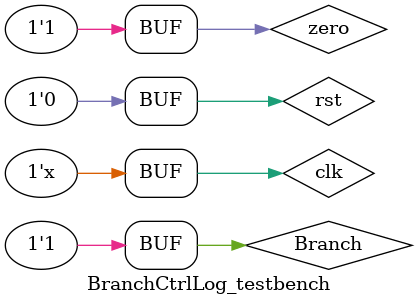
<source format=v>
`timescale 1ns / 1ps


module BranchCtrlLog_testbench(
    );
reg clk, rst;
reg Branch, zero;
wire select_branch;

Branch_Control_Logic BCL_TEST(clk, rst, Branch, zero, select_branch);

always #50 clk = ~clk;

initial
begin
    clk = 0;rst = 1;
    Branch = 0;
    zero = 0;
    #50 rst = 0; Branch = 1;
    #100 Branch = 0; zero = 1;
    #100 Branch = 1;
    #100 rst = 1;
    #100 rst = 0;
end

endmodule

</source>
